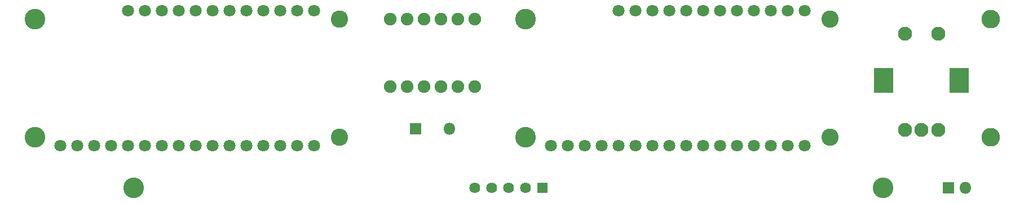
<source format=gts>
G04 #@! TF.GenerationSoftware,KiCad,Pcbnew,(5.1.6-0-10_14)*
G04 #@! TF.CreationDate,2020-06-01T10:41:06-07:00*
G04 #@! TF.ProjectId,Clock_MiniM4_Pelican,436c6f63-6b5f-44d6-996e-694d345f5065,v01*
G04 #@! TF.SameCoordinates,Original*
G04 #@! TF.FileFunction,Soldermask,Top*
G04 #@! TF.FilePolarity,Negative*
%FSLAX46Y46*%
G04 Gerber Fmt 4.6, Leading zero omitted, Abs format (unit mm)*
G04 Created by KiCad (PCBNEW (5.1.6-0-10_14)) date 2020-06-01 10:41:06*
%MOMM*%
%LPD*%
G01*
G04 APERTURE LIST*
%ADD10C,3.101600*%
%ADD11R,1.625600X1.625600*%
%ADD12C,1.625600*%
%ADD13C,2.801600*%
%ADD14C,1.901600*%
%ADD15C,1.801600*%
%ADD16C,2.601600*%
%ADD17O,1.801600X1.801600*%
%ADD18R,1.801600X1.801600*%
%ADD19C,2.101600*%
%ADD20R,2.901600X3.701600*%
G04 APERTURE END LIST*
D10*
X96139000Y-68580000D03*
X208661000Y-68580000D03*
D11*
X157480000Y-68580000D03*
D12*
X154940000Y-68580000D03*
X149860000Y-68580000D03*
X147320000Y-68580000D03*
X152400000Y-68580000D03*
D13*
X224790000Y-60960000D03*
X224790000Y-43180000D03*
D14*
X147320000Y-43180000D03*
X144780000Y-43180000D03*
X142240000Y-43180000D03*
X139700000Y-43180000D03*
X137160000Y-43180000D03*
X134620000Y-43180000D03*
X134620000Y-53340000D03*
X137160000Y-53340000D03*
X139700000Y-53340000D03*
X142240000Y-53340000D03*
X144780000Y-53340000D03*
X147320000Y-53340000D03*
D15*
X158750000Y-62230000D03*
X161290000Y-62230000D03*
X163830000Y-62230000D03*
X166370000Y-62230000D03*
X168910000Y-62230000D03*
X171450000Y-62230000D03*
X173990000Y-62230000D03*
X176530000Y-62230000D03*
X179070000Y-62230000D03*
X181610000Y-62230000D03*
X184150000Y-62230000D03*
X186690000Y-62230000D03*
X189230000Y-62230000D03*
X191770000Y-62230000D03*
X194310000Y-62230000D03*
X196850000Y-62230000D03*
X168910000Y-41910000D03*
X171450000Y-41910000D03*
X173990000Y-41910000D03*
X176530000Y-41910000D03*
X179070000Y-41910000D03*
X181610000Y-41910000D03*
X184150000Y-41910000D03*
X186690000Y-41910000D03*
X189230000Y-41910000D03*
X191770000Y-41910000D03*
X194310000Y-41910000D03*
X196850000Y-41910000D03*
D16*
X200660000Y-43180000D03*
X200660000Y-60960000D03*
D10*
X154940000Y-60960000D03*
X154940000Y-43180000D03*
D17*
X143510000Y-59690000D03*
D18*
X138430000Y-59690000D03*
D17*
X220980000Y-68580000D03*
D18*
X218440000Y-68580000D03*
D19*
X216915000Y-59870000D03*
X214415000Y-59870000D03*
X211915000Y-59870000D03*
X216915000Y-45370000D03*
X211915000Y-45370000D03*
D20*
X220115000Y-52370000D03*
X208715000Y-52370000D03*
D15*
X85090000Y-62230000D03*
X87630000Y-62230000D03*
X90170000Y-62230000D03*
X92710000Y-62230000D03*
X95250000Y-62230000D03*
X97790000Y-62230000D03*
X100330000Y-62230000D03*
X102870000Y-62230000D03*
X105410000Y-62230000D03*
X107950000Y-62230000D03*
X110490000Y-62230000D03*
X113030000Y-62230000D03*
X115570000Y-62230000D03*
X118110000Y-62230000D03*
X120650000Y-62230000D03*
X123190000Y-62230000D03*
X95250000Y-41910000D03*
X97790000Y-41910000D03*
X100330000Y-41910000D03*
X102870000Y-41910000D03*
X105410000Y-41910000D03*
X107950000Y-41910000D03*
X110490000Y-41910000D03*
X113030000Y-41910000D03*
X115570000Y-41910000D03*
X118110000Y-41910000D03*
X120650000Y-41910000D03*
X123190000Y-41910000D03*
D16*
X127000000Y-43180000D03*
X127000000Y-60960000D03*
D10*
X81280000Y-60960000D03*
X81280000Y-43180000D03*
M02*

</source>
